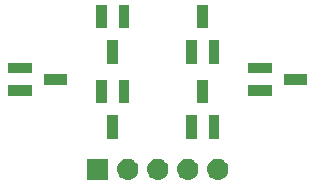
<source format=gbr>
G04 #@! TF.GenerationSoftware,KiCad,Pcbnew,5.0.2-bee76a0~70~ubuntu16.04.1*
G04 #@! TF.CreationDate,2019-10-02T00:23:43-07:00*
G04 #@! TF.ProjectId,sram-register-file,7372616d-2d72-4656-9769-737465722d66,rev?*
G04 #@! TF.SameCoordinates,Original*
G04 #@! TF.FileFunction,Soldermask,Top*
G04 #@! TF.FilePolarity,Negative*
%FSLAX46Y46*%
G04 Gerber Fmt 4.6, Leading zero omitted, Abs format (unit mm)*
G04 Created by KiCad (PCBNEW 5.0.2-bee76a0~70~ubuntu16.04.1) date Wed 02 Oct 2019 12:23:43 AM PDT*
%MOMM*%
%LPD*%
G01*
G04 APERTURE LIST*
%ADD10C,0.100000*%
G04 APERTURE END LIST*
D10*
G36*
X156320443Y-93085519D02*
X156386627Y-93092037D01*
X156499853Y-93126384D01*
X156556467Y-93143557D01*
X156695087Y-93217652D01*
X156712991Y-93227222D01*
X156748729Y-93256552D01*
X156850186Y-93339814D01*
X156933448Y-93441271D01*
X156962778Y-93477009D01*
X156962779Y-93477011D01*
X157046443Y-93633533D01*
X157046443Y-93633534D01*
X157097963Y-93803373D01*
X157115359Y-93980000D01*
X157097963Y-94156627D01*
X157063616Y-94269853D01*
X157046443Y-94326467D01*
X156972348Y-94465087D01*
X156962778Y-94482991D01*
X156933448Y-94518729D01*
X156850186Y-94620186D01*
X156748729Y-94703448D01*
X156712991Y-94732778D01*
X156712989Y-94732779D01*
X156556467Y-94816443D01*
X156499853Y-94833616D01*
X156386627Y-94867963D01*
X156320443Y-94874481D01*
X156254260Y-94881000D01*
X156165740Y-94881000D01*
X156099557Y-94874481D01*
X156033373Y-94867963D01*
X155920147Y-94833616D01*
X155863533Y-94816443D01*
X155707011Y-94732779D01*
X155707009Y-94732778D01*
X155671271Y-94703448D01*
X155569814Y-94620186D01*
X155486552Y-94518729D01*
X155457222Y-94482991D01*
X155447652Y-94465087D01*
X155373557Y-94326467D01*
X155356384Y-94269853D01*
X155322037Y-94156627D01*
X155304641Y-93980000D01*
X155322037Y-93803373D01*
X155373557Y-93633534D01*
X155373557Y-93633533D01*
X155457221Y-93477011D01*
X155457222Y-93477009D01*
X155486552Y-93441271D01*
X155569814Y-93339814D01*
X155671271Y-93256552D01*
X155707009Y-93227222D01*
X155724913Y-93217652D01*
X155863533Y-93143557D01*
X155920147Y-93126384D01*
X156033373Y-93092037D01*
X156099557Y-93085519D01*
X156165740Y-93079000D01*
X156254260Y-93079000D01*
X156320443Y-93085519D01*
X156320443Y-93085519D01*
G37*
G36*
X151240443Y-93085519D02*
X151306627Y-93092037D01*
X151419853Y-93126384D01*
X151476467Y-93143557D01*
X151615087Y-93217652D01*
X151632991Y-93227222D01*
X151668729Y-93256552D01*
X151770186Y-93339814D01*
X151853448Y-93441271D01*
X151882778Y-93477009D01*
X151882779Y-93477011D01*
X151966443Y-93633533D01*
X151966443Y-93633534D01*
X152017963Y-93803373D01*
X152035359Y-93980000D01*
X152017963Y-94156627D01*
X151983616Y-94269853D01*
X151966443Y-94326467D01*
X151892348Y-94465087D01*
X151882778Y-94482991D01*
X151853448Y-94518729D01*
X151770186Y-94620186D01*
X151668729Y-94703448D01*
X151632991Y-94732778D01*
X151632989Y-94732779D01*
X151476467Y-94816443D01*
X151419853Y-94833616D01*
X151306627Y-94867963D01*
X151240443Y-94874481D01*
X151174260Y-94881000D01*
X151085740Y-94881000D01*
X151019557Y-94874481D01*
X150953373Y-94867963D01*
X150840147Y-94833616D01*
X150783533Y-94816443D01*
X150627011Y-94732779D01*
X150627009Y-94732778D01*
X150591271Y-94703448D01*
X150489814Y-94620186D01*
X150406552Y-94518729D01*
X150377222Y-94482991D01*
X150367652Y-94465087D01*
X150293557Y-94326467D01*
X150276384Y-94269853D01*
X150242037Y-94156627D01*
X150224641Y-93980000D01*
X150242037Y-93803373D01*
X150293557Y-93633534D01*
X150293557Y-93633533D01*
X150377221Y-93477011D01*
X150377222Y-93477009D01*
X150406552Y-93441271D01*
X150489814Y-93339814D01*
X150591271Y-93256552D01*
X150627009Y-93227222D01*
X150644913Y-93217652D01*
X150783533Y-93143557D01*
X150840147Y-93126384D01*
X150953373Y-93092037D01*
X151019557Y-93085519D01*
X151085740Y-93079000D01*
X151174260Y-93079000D01*
X151240443Y-93085519D01*
X151240443Y-93085519D01*
G37*
G36*
X148700443Y-93085519D02*
X148766627Y-93092037D01*
X148879853Y-93126384D01*
X148936467Y-93143557D01*
X149075087Y-93217652D01*
X149092991Y-93227222D01*
X149128729Y-93256552D01*
X149230186Y-93339814D01*
X149313448Y-93441271D01*
X149342778Y-93477009D01*
X149342779Y-93477011D01*
X149426443Y-93633533D01*
X149426443Y-93633534D01*
X149477963Y-93803373D01*
X149495359Y-93980000D01*
X149477963Y-94156627D01*
X149443616Y-94269853D01*
X149426443Y-94326467D01*
X149352348Y-94465087D01*
X149342778Y-94482991D01*
X149313448Y-94518729D01*
X149230186Y-94620186D01*
X149128729Y-94703448D01*
X149092991Y-94732778D01*
X149092989Y-94732779D01*
X148936467Y-94816443D01*
X148879853Y-94833616D01*
X148766627Y-94867963D01*
X148700443Y-94874481D01*
X148634260Y-94881000D01*
X148545740Y-94881000D01*
X148479557Y-94874481D01*
X148413373Y-94867963D01*
X148300147Y-94833616D01*
X148243533Y-94816443D01*
X148087011Y-94732779D01*
X148087009Y-94732778D01*
X148051271Y-94703448D01*
X147949814Y-94620186D01*
X147866552Y-94518729D01*
X147837222Y-94482991D01*
X147827652Y-94465087D01*
X147753557Y-94326467D01*
X147736384Y-94269853D01*
X147702037Y-94156627D01*
X147684641Y-93980000D01*
X147702037Y-93803373D01*
X147753557Y-93633534D01*
X147753557Y-93633533D01*
X147837221Y-93477011D01*
X147837222Y-93477009D01*
X147866552Y-93441271D01*
X147949814Y-93339814D01*
X148051271Y-93256552D01*
X148087009Y-93227222D01*
X148104913Y-93217652D01*
X148243533Y-93143557D01*
X148300147Y-93126384D01*
X148413373Y-93092037D01*
X148479557Y-93085519D01*
X148545740Y-93079000D01*
X148634260Y-93079000D01*
X148700443Y-93085519D01*
X148700443Y-93085519D01*
G37*
G36*
X146951000Y-94881000D02*
X145149000Y-94881000D01*
X145149000Y-93079000D01*
X146951000Y-93079000D01*
X146951000Y-94881000D01*
X146951000Y-94881000D01*
G37*
G36*
X153780443Y-93085519D02*
X153846627Y-93092037D01*
X153959853Y-93126384D01*
X154016467Y-93143557D01*
X154155087Y-93217652D01*
X154172991Y-93227222D01*
X154208729Y-93256552D01*
X154310186Y-93339814D01*
X154393448Y-93441271D01*
X154422778Y-93477009D01*
X154422779Y-93477011D01*
X154506443Y-93633533D01*
X154506443Y-93633534D01*
X154557963Y-93803373D01*
X154575359Y-93980000D01*
X154557963Y-94156627D01*
X154523616Y-94269853D01*
X154506443Y-94326467D01*
X154432348Y-94465087D01*
X154422778Y-94482991D01*
X154393448Y-94518729D01*
X154310186Y-94620186D01*
X154208729Y-94703448D01*
X154172991Y-94732778D01*
X154172989Y-94732779D01*
X154016467Y-94816443D01*
X153959853Y-94833616D01*
X153846627Y-94867963D01*
X153780443Y-94874481D01*
X153714260Y-94881000D01*
X153625740Y-94881000D01*
X153559557Y-94874481D01*
X153493373Y-94867963D01*
X153380147Y-94833616D01*
X153323533Y-94816443D01*
X153167011Y-94732779D01*
X153167009Y-94732778D01*
X153131271Y-94703448D01*
X153029814Y-94620186D01*
X152946552Y-94518729D01*
X152917222Y-94482991D01*
X152907652Y-94465087D01*
X152833557Y-94326467D01*
X152816384Y-94269853D01*
X152782037Y-94156627D01*
X152764641Y-93980000D01*
X152782037Y-93803373D01*
X152833557Y-93633534D01*
X152833557Y-93633533D01*
X152917221Y-93477011D01*
X152917222Y-93477009D01*
X152946552Y-93441271D01*
X153029814Y-93339814D01*
X153131271Y-93256552D01*
X153167009Y-93227222D01*
X153184913Y-93217652D01*
X153323533Y-93143557D01*
X153380147Y-93126384D01*
X153493373Y-93092037D01*
X153559557Y-93085519D01*
X153625740Y-93079000D01*
X153714260Y-93079000D01*
X153780443Y-93085519D01*
X153780443Y-93085519D01*
G37*
G36*
X147771000Y-91401000D02*
X146869000Y-91401000D01*
X146869000Y-89399000D01*
X147771000Y-89399000D01*
X147771000Y-91401000D01*
X147771000Y-91401000D01*
G37*
G36*
X156341000Y-91401000D02*
X155439000Y-91401000D01*
X155439000Y-89399000D01*
X156341000Y-89399000D01*
X156341000Y-91401000D01*
X156341000Y-91401000D01*
G37*
G36*
X154441000Y-91401000D02*
X153539000Y-91401000D01*
X153539000Y-89399000D01*
X154441000Y-89399000D01*
X154441000Y-91401000D01*
X154441000Y-91401000D01*
G37*
G36*
X148721000Y-88401000D02*
X147819000Y-88401000D01*
X147819000Y-86399000D01*
X148721000Y-86399000D01*
X148721000Y-88401000D01*
X148721000Y-88401000D01*
G37*
G36*
X146821000Y-88401000D02*
X145919000Y-88401000D01*
X145919000Y-86399000D01*
X146821000Y-86399000D01*
X146821000Y-88401000D01*
X146821000Y-88401000D01*
G37*
G36*
X155391000Y-88401000D02*
X154489000Y-88401000D01*
X154489000Y-86399000D01*
X155391000Y-86399000D01*
X155391000Y-88401000D01*
X155391000Y-88401000D01*
G37*
G36*
X160791000Y-87761000D02*
X158789000Y-87761000D01*
X158789000Y-86859000D01*
X160791000Y-86859000D01*
X160791000Y-87761000D01*
X160791000Y-87761000D01*
G37*
G36*
X140471000Y-87761000D02*
X138469000Y-87761000D01*
X138469000Y-86859000D01*
X140471000Y-86859000D01*
X140471000Y-87761000D01*
X140471000Y-87761000D01*
G37*
G36*
X143471000Y-86811000D02*
X141469000Y-86811000D01*
X141469000Y-85909000D01*
X143471000Y-85909000D01*
X143471000Y-86811000D01*
X143471000Y-86811000D01*
G37*
G36*
X163791000Y-86811000D02*
X161789000Y-86811000D01*
X161789000Y-85909000D01*
X163791000Y-85909000D01*
X163791000Y-86811000D01*
X163791000Y-86811000D01*
G37*
G36*
X140471000Y-85861000D02*
X138469000Y-85861000D01*
X138469000Y-84959000D01*
X140471000Y-84959000D01*
X140471000Y-85861000D01*
X140471000Y-85861000D01*
G37*
G36*
X160791000Y-85861000D02*
X158789000Y-85861000D01*
X158789000Y-84959000D01*
X160791000Y-84959000D01*
X160791000Y-85861000D01*
X160791000Y-85861000D01*
G37*
G36*
X147771000Y-85051000D02*
X146869000Y-85051000D01*
X146869000Y-83049000D01*
X147771000Y-83049000D01*
X147771000Y-85051000D01*
X147771000Y-85051000D01*
G37*
G36*
X156341000Y-85051000D02*
X155439000Y-85051000D01*
X155439000Y-83049000D01*
X156341000Y-83049000D01*
X156341000Y-85051000D01*
X156341000Y-85051000D01*
G37*
G36*
X154441000Y-85051000D02*
X153539000Y-85051000D01*
X153539000Y-83049000D01*
X154441000Y-83049000D01*
X154441000Y-85051000D01*
X154441000Y-85051000D01*
G37*
G36*
X146821000Y-82051000D02*
X145919000Y-82051000D01*
X145919000Y-80049000D01*
X146821000Y-80049000D01*
X146821000Y-82051000D01*
X146821000Y-82051000D01*
G37*
G36*
X148721000Y-82051000D02*
X147819000Y-82051000D01*
X147819000Y-80049000D01*
X148721000Y-80049000D01*
X148721000Y-82051000D01*
X148721000Y-82051000D01*
G37*
G36*
X155391000Y-82051000D02*
X154489000Y-82051000D01*
X154489000Y-80049000D01*
X155391000Y-80049000D01*
X155391000Y-82051000D01*
X155391000Y-82051000D01*
G37*
M02*

</source>
